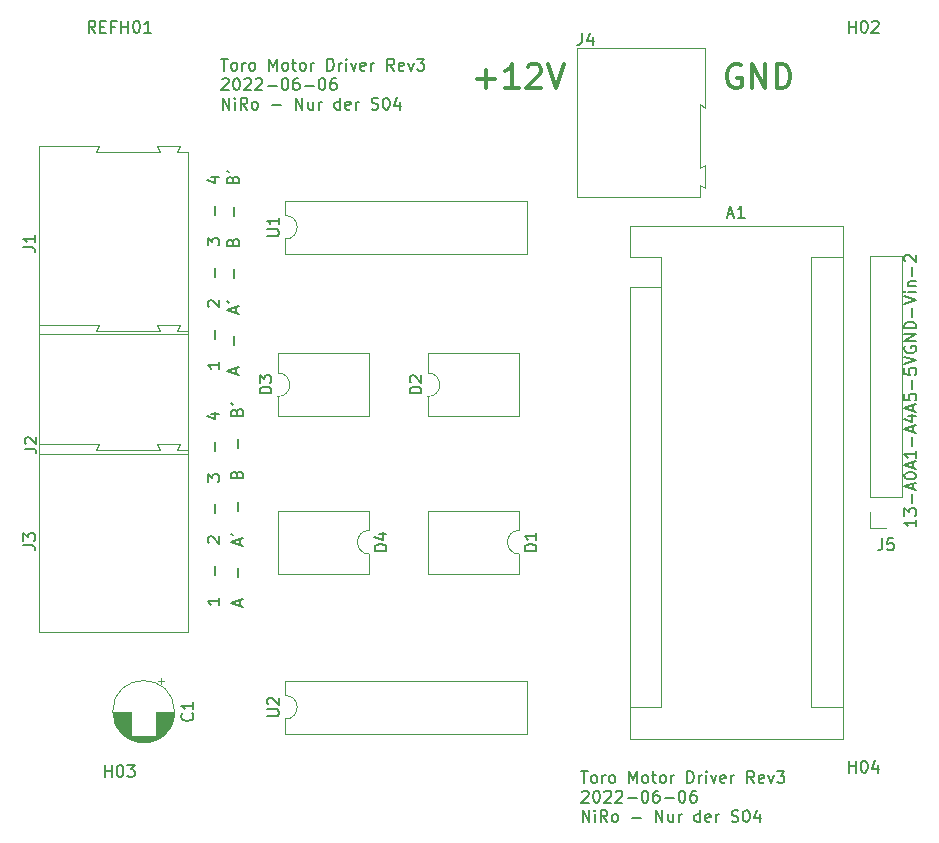
<source format=gbr>
G04 #@! TF.GenerationSoftware,KiCad,Pcbnew,5.1.5+dfsg1-2build2*
G04 #@! TF.CreationDate,2022-06-06T13:39:04+02:00*
G04 #@! TF.ProjectId,Toro_Stepper_Differential,546f726f-5f53-4746-9570-7065725f4469,rev?*
G04 #@! TF.SameCoordinates,Original*
G04 #@! TF.FileFunction,Legend,Top*
G04 #@! TF.FilePolarity,Positive*
%FSLAX46Y46*%
G04 Gerber Fmt 4.6, Leading zero omitted, Abs format (unit mm)*
G04 Created by KiCad (PCBNEW 5.1.5+dfsg1-2build2) date 2022-06-06 13:39:04*
%MOMM*%
%LPD*%
G04 APERTURE LIST*
%ADD10C,0.150000*%
%ADD11C,0.300000*%
%ADD12C,0.120000*%
%ADD13C,3.200000*%
%ADD14O,1.700000X1.700000*%
%ADD15R,1.700000X1.700000*%
%ADD16C,1.600000*%
%ADD17R,1.600000X1.600000*%
%ADD18O,1.600000X1.600000*%
%ADD19R,3.960000X1.980000*%
%ADD20O,3.960000X1.980000*%
%ADD21O,1.980000X3.960000*%
%ADD22R,1.980000X3.960000*%
%ADD23R,1.600000X2.400000*%
%ADD24O,1.600000X2.400000*%
G04 APERTURE END LIST*
D10*
X103062738Y-136232380D02*
X103634166Y-136232380D01*
X103348452Y-137232380D02*
X103348452Y-136232380D01*
X104110357Y-137232380D02*
X104015119Y-137184761D01*
X103967500Y-137137142D01*
X103919880Y-137041904D01*
X103919880Y-136756190D01*
X103967500Y-136660952D01*
X104015119Y-136613333D01*
X104110357Y-136565714D01*
X104253214Y-136565714D01*
X104348452Y-136613333D01*
X104396071Y-136660952D01*
X104443690Y-136756190D01*
X104443690Y-137041904D01*
X104396071Y-137137142D01*
X104348452Y-137184761D01*
X104253214Y-137232380D01*
X104110357Y-137232380D01*
X104872261Y-137232380D02*
X104872261Y-136565714D01*
X104872261Y-136756190D02*
X104919880Y-136660952D01*
X104967500Y-136613333D01*
X105062738Y-136565714D01*
X105157976Y-136565714D01*
X105634166Y-137232380D02*
X105538928Y-137184761D01*
X105491309Y-137137142D01*
X105443690Y-137041904D01*
X105443690Y-136756190D01*
X105491309Y-136660952D01*
X105538928Y-136613333D01*
X105634166Y-136565714D01*
X105777023Y-136565714D01*
X105872261Y-136613333D01*
X105919880Y-136660952D01*
X105967500Y-136756190D01*
X105967500Y-137041904D01*
X105919880Y-137137142D01*
X105872261Y-137184761D01*
X105777023Y-137232380D01*
X105634166Y-137232380D01*
X107157976Y-137232380D02*
X107157976Y-136232380D01*
X107491309Y-136946666D01*
X107824642Y-136232380D01*
X107824642Y-137232380D01*
X108443690Y-137232380D02*
X108348452Y-137184761D01*
X108300833Y-137137142D01*
X108253214Y-137041904D01*
X108253214Y-136756190D01*
X108300833Y-136660952D01*
X108348452Y-136613333D01*
X108443690Y-136565714D01*
X108586547Y-136565714D01*
X108681785Y-136613333D01*
X108729404Y-136660952D01*
X108777023Y-136756190D01*
X108777023Y-137041904D01*
X108729404Y-137137142D01*
X108681785Y-137184761D01*
X108586547Y-137232380D01*
X108443690Y-137232380D01*
X109062738Y-136565714D02*
X109443690Y-136565714D01*
X109205595Y-136232380D02*
X109205595Y-137089523D01*
X109253214Y-137184761D01*
X109348452Y-137232380D01*
X109443690Y-137232380D01*
X109919880Y-137232380D02*
X109824642Y-137184761D01*
X109777023Y-137137142D01*
X109729404Y-137041904D01*
X109729404Y-136756190D01*
X109777023Y-136660952D01*
X109824642Y-136613333D01*
X109919880Y-136565714D01*
X110062738Y-136565714D01*
X110157976Y-136613333D01*
X110205595Y-136660952D01*
X110253214Y-136756190D01*
X110253214Y-137041904D01*
X110205595Y-137137142D01*
X110157976Y-137184761D01*
X110062738Y-137232380D01*
X109919880Y-137232380D01*
X110681785Y-137232380D02*
X110681785Y-136565714D01*
X110681785Y-136756190D02*
X110729404Y-136660952D01*
X110777023Y-136613333D01*
X110872261Y-136565714D01*
X110967500Y-136565714D01*
X112062738Y-137232380D02*
X112062738Y-136232380D01*
X112300833Y-136232380D01*
X112443690Y-136280000D01*
X112538928Y-136375238D01*
X112586547Y-136470476D01*
X112634166Y-136660952D01*
X112634166Y-136803809D01*
X112586547Y-136994285D01*
X112538928Y-137089523D01*
X112443690Y-137184761D01*
X112300833Y-137232380D01*
X112062738Y-137232380D01*
X113062738Y-137232380D02*
X113062738Y-136565714D01*
X113062738Y-136756190D02*
X113110357Y-136660952D01*
X113157976Y-136613333D01*
X113253214Y-136565714D01*
X113348452Y-136565714D01*
X113681785Y-137232380D02*
X113681785Y-136565714D01*
X113681785Y-136232380D02*
X113634166Y-136280000D01*
X113681785Y-136327619D01*
X113729404Y-136280000D01*
X113681785Y-136232380D01*
X113681785Y-136327619D01*
X114062738Y-136565714D02*
X114300833Y-137232380D01*
X114538928Y-136565714D01*
X115300833Y-137184761D02*
X115205595Y-137232380D01*
X115015119Y-137232380D01*
X114919880Y-137184761D01*
X114872261Y-137089523D01*
X114872261Y-136708571D01*
X114919880Y-136613333D01*
X115015119Y-136565714D01*
X115205595Y-136565714D01*
X115300833Y-136613333D01*
X115348452Y-136708571D01*
X115348452Y-136803809D01*
X114872261Y-136899047D01*
X115777023Y-137232380D02*
X115777023Y-136565714D01*
X115777023Y-136756190D02*
X115824642Y-136660952D01*
X115872261Y-136613333D01*
X115967500Y-136565714D01*
X116062738Y-136565714D01*
X117729404Y-137232380D02*
X117396071Y-136756190D01*
X117157976Y-137232380D02*
X117157976Y-136232380D01*
X117538928Y-136232380D01*
X117634166Y-136280000D01*
X117681785Y-136327619D01*
X117729404Y-136422857D01*
X117729404Y-136565714D01*
X117681785Y-136660952D01*
X117634166Y-136708571D01*
X117538928Y-136756190D01*
X117157976Y-136756190D01*
X118538928Y-137184761D02*
X118443690Y-137232380D01*
X118253214Y-137232380D01*
X118157976Y-137184761D01*
X118110357Y-137089523D01*
X118110357Y-136708571D01*
X118157976Y-136613333D01*
X118253214Y-136565714D01*
X118443690Y-136565714D01*
X118538928Y-136613333D01*
X118586547Y-136708571D01*
X118586547Y-136803809D01*
X118110357Y-136899047D01*
X118919880Y-136565714D02*
X119157976Y-137232380D01*
X119396071Y-136565714D01*
X119681785Y-136232380D02*
X120300833Y-136232380D01*
X119967500Y-136613333D01*
X120110357Y-136613333D01*
X120205595Y-136660952D01*
X120253214Y-136708571D01*
X120300833Y-136803809D01*
X120300833Y-137041904D01*
X120253214Y-137137142D01*
X120205595Y-137184761D01*
X120110357Y-137232380D01*
X119824642Y-137232380D01*
X119729404Y-137184761D01*
X119681785Y-137137142D01*
X103157976Y-137977619D02*
X103205595Y-137930000D01*
X103300833Y-137882380D01*
X103538928Y-137882380D01*
X103634166Y-137930000D01*
X103681785Y-137977619D01*
X103729404Y-138072857D01*
X103729404Y-138168095D01*
X103681785Y-138310952D01*
X103110357Y-138882380D01*
X103729404Y-138882380D01*
X104348452Y-137882380D02*
X104443690Y-137882380D01*
X104538928Y-137930000D01*
X104586547Y-137977619D01*
X104634166Y-138072857D01*
X104681785Y-138263333D01*
X104681785Y-138501428D01*
X104634166Y-138691904D01*
X104586547Y-138787142D01*
X104538928Y-138834761D01*
X104443690Y-138882380D01*
X104348452Y-138882380D01*
X104253214Y-138834761D01*
X104205595Y-138787142D01*
X104157976Y-138691904D01*
X104110357Y-138501428D01*
X104110357Y-138263333D01*
X104157976Y-138072857D01*
X104205595Y-137977619D01*
X104253214Y-137930000D01*
X104348452Y-137882380D01*
X105062738Y-137977619D02*
X105110357Y-137930000D01*
X105205595Y-137882380D01*
X105443690Y-137882380D01*
X105538928Y-137930000D01*
X105586547Y-137977619D01*
X105634166Y-138072857D01*
X105634166Y-138168095D01*
X105586547Y-138310952D01*
X105015119Y-138882380D01*
X105634166Y-138882380D01*
X106015119Y-137977619D02*
X106062738Y-137930000D01*
X106157976Y-137882380D01*
X106396071Y-137882380D01*
X106491309Y-137930000D01*
X106538928Y-137977619D01*
X106586547Y-138072857D01*
X106586547Y-138168095D01*
X106538928Y-138310952D01*
X105967500Y-138882380D01*
X106586547Y-138882380D01*
X107015119Y-138501428D02*
X107777023Y-138501428D01*
X108443690Y-137882380D02*
X108538928Y-137882380D01*
X108634166Y-137930000D01*
X108681785Y-137977619D01*
X108729404Y-138072857D01*
X108777023Y-138263333D01*
X108777023Y-138501428D01*
X108729404Y-138691904D01*
X108681785Y-138787142D01*
X108634166Y-138834761D01*
X108538928Y-138882380D01*
X108443690Y-138882380D01*
X108348452Y-138834761D01*
X108300833Y-138787142D01*
X108253214Y-138691904D01*
X108205595Y-138501428D01*
X108205595Y-138263333D01*
X108253214Y-138072857D01*
X108300833Y-137977619D01*
X108348452Y-137930000D01*
X108443690Y-137882380D01*
X109634166Y-137882380D02*
X109443690Y-137882380D01*
X109348452Y-137930000D01*
X109300833Y-137977619D01*
X109205595Y-138120476D01*
X109157976Y-138310952D01*
X109157976Y-138691904D01*
X109205595Y-138787142D01*
X109253214Y-138834761D01*
X109348452Y-138882380D01*
X109538928Y-138882380D01*
X109634166Y-138834761D01*
X109681785Y-138787142D01*
X109729404Y-138691904D01*
X109729404Y-138453809D01*
X109681785Y-138358571D01*
X109634166Y-138310952D01*
X109538928Y-138263333D01*
X109348452Y-138263333D01*
X109253214Y-138310952D01*
X109205595Y-138358571D01*
X109157976Y-138453809D01*
X110157976Y-138501428D02*
X110919880Y-138501428D01*
X111586547Y-137882380D02*
X111681785Y-137882380D01*
X111777023Y-137930000D01*
X111824642Y-137977619D01*
X111872261Y-138072857D01*
X111919880Y-138263333D01*
X111919880Y-138501428D01*
X111872261Y-138691904D01*
X111824642Y-138787142D01*
X111777023Y-138834761D01*
X111681785Y-138882380D01*
X111586547Y-138882380D01*
X111491309Y-138834761D01*
X111443690Y-138787142D01*
X111396071Y-138691904D01*
X111348452Y-138501428D01*
X111348452Y-138263333D01*
X111396071Y-138072857D01*
X111443690Y-137977619D01*
X111491309Y-137930000D01*
X111586547Y-137882380D01*
X112777023Y-137882380D02*
X112586547Y-137882380D01*
X112491309Y-137930000D01*
X112443690Y-137977619D01*
X112348452Y-138120476D01*
X112300833Y-138310952D01*
X112300833Y-138691904D01*
X112348452Y-138787142D01*
X112396071Y-138834761D01*
X112491309Y-138882380D01*
X112681785Y-138882380D01*
X112777023Y-138834761D01*
X112824642Y-138787142D01*
X112872261Y-138691904D01*
X112872261Y-138453809D01*
X112824642Y-138358571D01*
X112777023Y-138310952D01*
X112681785Y-138263333D01*
X112491309Y-138263333D01*
X112396071Y-138310952D01*
X112348452Y-138358571D01*
X112300833Y-138453809D01*
X103205595Y-140532380D02*
X103205595Y-139532380D01*
X103777023Y-140532380D01*
X103777023Y-139532380D01*
X104253214Y-140532380D02*
X104253214Y-139865714D01*
X104253214Y-139532380D02*
X104205595Y-139580000D01*
X104253214Y-139627619D01*
X104300833Y-139580000D01*
X104253214Y-139532380D01*
X104253214Y-139627619D01*
X105300833Y-140532380D02*
X104967500Y-140056190D01*
X104729404Y-140532380D02*
X104729404Y-139532380D01*
X105110357Y-139532380D01*
X105205595Y-139580000D01*
X105253214Y-139627619D01*
X105300833Y-139722857D01*
X105300833Y-139865714D01*
X105253214Y-139960952D01*
X105205595Y-140008571D01*
X105110357Y-140056190D01*
X104729404Y-140056190D01*
X105872261Y-140532380D02*
X105777023Y-140484761D01*
X105729404Y-140437142D01*
X105681785Y-140341904D01*
X105681785Y-140056190D01*
X105729404Y-139960952D01*
X105777023Y-139913333D01*
X105872261Y-139865714D01*
X106015119Y-139865714D01*
X106110357Y-139913333D01*
X106157976Y-139960952D01*
X106205595Y-140056190D01*
X106205595Y-140341904D01*
X106157976Y-140437142D01*
X106110357Y-140484761D01*
X106015119Y-140532380D01*
X105872261Y-140532380D01*
X107396071Y-140151428D02*
X108157976Y-140151428D01*
X109396071Y-140532380D02*
X109396071Y-139532380D01*
X109967500Y-140532380D01*
X109967500Y-139532380D01*
X110872261Y-139865714D02*
X110872261Y-140532380D01*
X110443690Y-139865714D02*
X110443690Y-140389523D01*
X110491309Y-140484761D01*
X110586547Y-140532380D01*
X110729404Y-140532380D01*
X110824642Y-140484761D01*
X110872261Y-140437142D01*
X111348452Y-140532380D02*
X111348452Y-139865714D01*
X111348452Y-140056190D02*
X111396071Y-139960952D01*
X111443690Y-139913333D01*
X111538928Y-139865714D01*
X111634166Y-139865714D01*
X113157976Y-140532380D02*
X113157976Y-139532380D01*
X113157976Y-140484761D02*
X113062738Y-140532380D01*
X112872261Y-140532380D01*
X112777023Y-140484761D01*
X112729404Y-140437142D01*
X112681785Y-140341904D01*
X112681785Y-140056190D01*
X112729404Y-139960952D01*
X112777023Y-139913333D01*
X112872261Y-139865714D01*
X113062738Y-139865714D01*
X113157976Y-139913333D01*
X114015119Y-140484761D02*
X113919880Y-140532380D01*
X113729404Y-140532380D01*
X113634166Y-140484761D01*
X113586547Y-140389523D01*
X113586547Y-140008571D01*
X113634166Y-139913333D01*
X113729404Y-139865714D01*
X113919880Y-139865714D01*
X114015119Y-139913333D01*
X114062738Y-140008571D01*
X114062738Y-140103809D01*
X113586547Y-140199047D01*
X114491309Y-140532380D02*
X114491309Y-139865714D01*
X114491309Y-140056190D02*
X114538928Y-139960952D01*
X114586547Y-139913333D01*
X114681785Y-139865714D01*
X114777023Y-139865714D01*
X115824642Y-140484761D02*
X115967500Y-140532380D01*
X116205595Y-140532380D01*
X116300833Y-140484761D01*
X116348452Y-140437142D01*
X116396071Y-140341904D01*
X116396071Y-140246666D01*
X116348452Y-140151428D01*
X116300833Y-140103809D01*
X116205595Y-140056190D01*
X116015119Y-140008571D01*
X115919880Y-139960952D01*
X115872261Y-139913333D01*
X115824642Y-139818095D01*
X115824642Y-139722857D01*
X115872261Y-139627619D01*
X115919880Y-139580000D01*
X116015119Y-139532380D01*
X116253214Y-139532380D01*
X116396071Y-139580000D01*
X117015119Y-139532380D02*
X117110357Y-139532380D01*
X117205595Y-139580000D01*
X117253214Y-139627619D01*
X117300833Y-139722857D01*
X117348452Y-139913333D01*
X117348452Y-140151428D01*
X117300833Y-140341904D01*
X117253214Y-140437142D01*
X117205595Y-140484761D01*
X117110357Y-140532380D01*
X117015119Y-140532380D01*
X116919880Y-140484761D01*
X116872261Y-140437142D01*
X116824642Y-140341904D01*
X116777023Y-140151428D01*
X116777023Y-139913333D01*
X116824642Y-139722857D01*
X116872261Y-139627619D01*
X116919880Y-139580000D01*
X117015119Y-139532380D01*
X118205595Y-139865714D02*
X118205595Y-140532380D01*
X117967500Y-139484761D02*
X117729404Y-140199047D01*
X118348452Y-140199047D01*
X72582738Y-75907380D02*
X73154166Y-75907380D01*
X72868452Y-76907380D02*
X72868452Y-75907380D01*
X73630357Y-76907380D02*
X73535119Y-76859761D01*
X73487500Y-76812142D01*
X73439880Y-76716904D01*
X73439880Y-76431190D01*
X73487500Y-76335952D01*
X73535119Y-76288333D01*
X73630357Y-76240714D01*
X73773214Y-76240714D01*
X73868452Y-76288333D01*
X73916071Y-76335952D01*
X73963690Y-76431190D01*
X73963690Y-76716904D01*
X73916071Y-76812142D01*
X73868452Y-76859761D01*
X73773214Y-76907380D01*
X73630357Y-76907380D01*
X74392261Y-76907380D02*
X74392261Y-76240714D01*
X74392261Y-76431190D02*
X74439880Y-76335952D01*
X74487500Y-76288333D01*
X74582738Y-76240714D01*
X74677976Y-76240714D01*
X75154166Y-76907380D02*
X75058928Y-76859761D01*
X75011309Y-76812142D01*
X74963690Y-76716904D01*
X74963690Y-76431190D01*
X75011309Y-76335952D01*
X75058928Y-76288333D01*
X75154166Y-76240714D01*
X75297023Y-76240714D01*
X75392261Y-76288333D01*
X75439880Y-76335952D01*
X75487500Y-76431190D01*
X75487500Y-76716904D01*
X75439880Y-76812142D01*
X75392261Y-76859761D01*
X75297023Y-76907380D01*
X75154166Y-76907380D01*
X76677976Y-76907380D02*
X76677976Y-75907380D01*
X77011309Y-76621666D01*
X77344642Y-75907380D01*
X77344642Y-76907380D01*
X77963690Y-76907380D02*
X77868452Y-76859761D01*
X77820833Y-76812142D01*
X77773214Y-76716904D01*
X77773214Y-76431190D01*
X77820833Y-76335952D01*
X77868452Y-76288333D01*
X77963690Y-76240714D01*
X78106547Y-76240714D01*
X78201785Y-76288333D01*
X78249404Y-76335952D01*
X78297023Y-76431190D01*
X78297023Y-76716904D01*
X78249404Y-76812142D01*
X78201785Y-76859761D01*
X78106547Y-76907380D01*
X77963690Y-76907380D01*
X78582738Y-76240714D02*
X78963690Y-76240714D01*
X78725595Y-75907380D02*
X78725595Y-76764523D01*
X78773214Y-76859761D01*
X78868452Y-76907380D01*
X78963690Y-76907380D01*
X79439880Y-76907380D02*
X79344642Y-76859761D01*
X79297023Y-76812142D01*
X79249404Y-76716904D01*
X79249404Y-76431190D01*
X79297023Y-76335952D01*
X79344642Y-76288333D01*
X79439880Y-76240714D01*
X79582738Y-76240714D01*
X79677976Y-76288333D01*
X79725595Y-76335952D01*
X79773214Y-76431190D01*
X79773214Y-76716904D01*
X79725595Y-76812142D01*
X79677976Y-76859761D01*
X79582738Y-76907380D01*
X79439880Y-76907380D01*
X80201785Y-76907380D02*
X80201785Y-76240714D01*
X80201785Y-76431190D02*
X80249404Y-76335952D01*
X80297023Y-76288333D01*
X80392261Y-76240714D01*
X80487500Y-76240714D01*
X81582738Y-76907380D02*
X81582738Y-75907380D01*
X81820833Y-75907380D01*
X81963690Y-75955000D01*
X82058928Y-76050238D01*
X82106547Y-76145476D01*
X82154166Y-76335952D01*
X82154166Y-76478809D01*
X82106547Y-76669285D01*
X82058928Y-76764523D01*
X81963690Y-76859761D01*
X81820833Y-76907380D01*
X81582738Y-76907380D01*
X82582738Y-76907380D02*
X82582738Y-76240714D01*
X82582738Y-76431190D02*
X82630357Y-76335952D01*
X82677976Y-76288333D01*
X82773214Y-76240714D01*
X82868452Y-76240714D01*
X83201785Y-76907380D02*
X83201785Y-76240714D01*
X83201785Y-75907380D02*
X83154166Y-75955000D01*
X83201785Y-76002619D01*
X83249404Y-75955000D01*
X83201785Y-75907380D01*
X83201785Y-76002619D01*
X83582738Y-76240714D02*
X83820833Y-76907380D01*
X84058928Y-76240714D01*
X84820833Y-76859761D02*
X84725595Y-76907380D01*
X84535119Y-76907380D01*
X84439880Y-76859761D01*
X84392261Y-76764523D01*
X84392261Y-76383571D01*
X84439880Y-76288333D01*
X84535119Y-76240714D01*
X84725595Y-76240714D01*
X84820833Y-76288333D01*
X84868452Y-76383571D01*
X84868452Y-76478809D01*
X84392261Y-76574047D01*
X85297023Y-76907380D02*
X85297023Y-76240714D01*
X85297023Y-76431190D02*
X85344642Y-76335952D01*
X85392261Y-76288333D01*
X85487500Y-76240714D01*
X85582738Y-76240714D01*
X87249404Y-76907380D02*
X86916071Y-76431190D01*
X86677976Y-76907380D02*
X86677976Y-75907380D01*
X87058928Y-75907380D01*
X87154166Y-75955000D01*
X87201785Y-76002619D01*
X87249404Y-76097857D01*
X87249404Y-76240714D01*
X87201785Y-76335952D01*
X87154166Y-76383571D01*
X87058928Y-76431190D01*
X86677976Y-76431190D01*
X88058928Y-76859761D02*
X87963690Y-76907380D01*
X87773214Y-76907380D01*
X87677976Y-76859761D01*
X87630357Y-76764523D01*
X87630357Y-76383571D01*
X87677976Y-76288333D01*
X87773214Y-76240714D01*
X87963690Y-76240714D01*
X88058928Y-76288333D01*
X88106547Y-76383571D01*
X88106547Y-76478809D01*
X87630357Y-76574047D01*
X88439880Y-76240714D02*
X88677976Y-76907380D01*
X88916071Y-76240714D01*
X89201785Y-75907380D02*
X89820833Y-75907380D01*
X89487500Y-76288333D01*
X89630357Y-76288333D01*
X89725595Y-76335952D01*
X89773214Y-76383571D01*
X89820833Y-76478809D01*
X89820833Y-76716904D01*
X89773214Y-76812142D01*
X89725595Y-76859761D01*
X89630357Y-76907380D01*
X89344642Y-76907380D01*
X89249404Y-76859761D01*
X89201785Y-76812142D01*
X72677976Y-77652619D02*
X72725595Y-77605000D01*
X72820833Y-77557380D01*
X73058928Y-77557380D01*
X73154166Y-77605000D01*
X73201785Y-77652619D01*
X73249404Y-77747857D01*
X73249404Y-77843095D01*
X73201785Y-77985952D01*
X72630357Y-78557380D01*
X73249404Y-78557380D01*
X73868452Y-77557380D02*
X73963690Y-77557380D01*
X74058928Y-77605000D01*
X74106547Y-77652619D01*
X74154166Y-77747857D01*
X74201785Y-77938333D01*
X74201785Y-78176428D01*
X74154166Y-78366904D01*
X74106547Y-78462142D01*
X74058928Y-78509761D01*
X73963690Y-78557380D01*
X73868452Y-78557380D01*
X73773214Y-78509761D01*
X73725595Y-78462142D01*
X73677976Y-78366904D01*
X73630357Y-78176428D01*
X73630357Y-77938333D01*
X73677976Y-77747857D01*
X73725595Y-77652619D01*
X73773214Y-77605000D01*
X73868452Y-77557380D01*
X74582738Y-77652619D02*
X74630357Y-77605000D01*
X74725595Y-77557380D01*
X74963690Y-77557380D01*
X75058928Y-77605000D01*
X75106547Y-77652619D01*
X75154166Y-77747857D01*
X75154166Y-77843095D01*
X75106547Y-77985952D01*
X74535119Y-78557380D01*
X75154166Y-78557380D01*
X75535119Y-77652619D02*
X75582738Y-77605000D01*
X75677976Y-77557380D01*
X75916071Y-77557380D01*
X76011309Y-77605000D01*
X76058928Y-77652619D01*
X76106547Y-77747857D01*
X76106547Y-77843095D01*
X76058928Y-77985952D01*
X75487500Y-78557380D01*
X76106547Y-78557380D01*
X76535119Y-78176428D02*
X77297023Y-78176428D01*
X77963690Y-77557380D02*
X78058928Y-77557380D01*
X78154166Y-77605000D01*
X78201785Y-77652619D01*
X78249404Y-77747857D01*
X78297023Y-77938333D01*
X78297023Y-78176428D01*
X78249404Y-78366904D01*
X78201785Y-78462142D01*
X78154166Y-78509761D01*
X78058928Y-78557380D01*
X77963690Y-78557380D01*
X77868452Y-78509761D01*
X77820833Y-78462142D01*
X77773214Y-78366904D01*
X77725595Y-78176428D01*
X77725595Y-77938333D01*
X77773214Y-77747857D01*
X77820833Y-77652619D01*
X77868452Y-77605000D01*
X77963690Y-77557380D01*
X79154166Y-77557380D02*
X78963690Y-77557380D01*
X78868452Y-77605000D01*
X78820833Y-77652619D01*
X78725595Y-77795476D01*
X78677976Y-77985952D01*
X78677976Y-78366904D01*
X78725595Y-78462142D01*
X78773214Y-78509761D01*
X78868452Y-78557380D01*
X79058928Y-78557380D01*
X79154166Y-78509761D01*
X79201785Y-78462142D01*
X79249404Y-78366904D01*
X79249404Y-78128809D01*
X79201785Y-78033571D01*
X79154166Y-77985952D01*
X79058928Y-77938333D01*
X78868452Y-77938333D01*
X78773214Y-77985952D01*
X78725595Y-78033571D01*
X78677976Y-78128809D01*
X79677976Y-78176428D02*
X80439880Y-78176428D01*
X81106547Y-77557380D02*
X81201785Y-77557380D01*
X81297023Y-77605000D01*
X81344642Y-77652619D01*
X81392261Y-77747857D01*
X81439880Y-77938333D01*
X81439880Y-78176428D01*
X81392261Y-78366904D01*
X81344642Y-78462142D01*
X81297023Y-78509761D01*
X81201785Y-78557380D01*
X81106547Y-78557380D01*
X81011309Y-78509761D01*
X80963690Y-78462142D01*
X80916071Y-78366904D01*
X80868452Y-78176428D01*
X80868452Y-77938333D01*
X80916071Y-77747857D01*
X80963690Y-77652619D01*
X81011309Y-77605000D01*
X81106547Y-77557380D01*
X82297023Y-77557380D02*
X82106547Y-77557380D01*
X82011309Y-77605000D01*
X81963690Y-77652619D01*
X81868452Y-77795476D01*
X81820833Y-77985952D01*
X81820833Y-78366904D01*
X81868452Y-78462142D01*
X81916071Y-78509761D01*
X82011309Y-78557380D01*
X82201785Y-78557380D01*
X82297023Y-78509761D01*
X82344642Y-78462142D01*
X82392261Y-78366904D01*
X82392261Y-78128809D01*
X82344642Y-78033571D01*
X82297023Y-77985952D01*
X82201785Y-77938333D01*
X82011309Y-77938333D01*
X81916071Y-77985952D01*
X81868452Y-78033571D01*
X81820833Y-78128809D01*
X72725595Y-80207380D02*
X72725595Y-79207380D01*
X73297023Y-80207380D01*
X73297023Y-79207380D01*
X73773214Y-80207380D02*
X73773214Y-79540714D01*
X73773214Y-79207380D02*
X73725595Y-79255000D01*
X73773214Y-79302619D01*
X73820833Y-79255000D01*
X73773214Y-79207380D01*
X73773214Y-79302619D01*
X74820833Y-80207380D02*
X74487500Y-79731190D01*
X74249404Y-80207380D02*
X74249404Y-79207380D01*
X74630357Y-79207380D01*
X74725595Y-79255000D01*
X74773214Y-79302619D01*
X74820833Y-79397857D01*
X74820833Y-79540714D01*
X74773214Y-79635952D01*
X74725595Y-79683571D01*
X74630357Y-79731190D01*
X74249404Y-79731190D01*
X75392261Y-80207380D02*
X75297023Y-80159761D01*
X75249404Y-80112142D01*
X75201785Y-80016904D01*
X75201785Y-79731190D01*
X75249404Y-79635952D01*
X75297023Y-79588333D01*
X75392261Y-79540714D01*
X75535119Y-79540714D01*
X75630357Y-79588333D01*
X75677976Y-79635952D01*
X75725595Y-79731190D01*
X75725595Y-80016904D01*
X75677976Y-80112142D01*
X75630357Y-80159761D01*
X75535119Y-80207380D01*
X75392261Y-80207380D01*
X76916071Y-79826428D02*
X77677976Y-79826428D01*
X78916071Y-80207380D02*
X78916071Y-79207380D01*
X79487500Y-80207380D01*
X79487500Y-79207380D01*
X80392261Y-79540714D02*
X80392261Y-80207380D01*
X79963690Y-79540714D02*
X79963690Y-80064523D01*
X80011309Y-80159761D01*
X80106547Y-80207380D01*
X80249404Y-80207380D01*
X80344642Y-80159761D01*
X80392261Y-80112142D01*
X80868452Y-80207380D02*
X80868452Y-79540714D01*
X80868452Y-79731190D02*
X80916071Y-79635952D01*
X80963690Y-79588333D01*
X81058928Y-79540714D01*
X81154166Y-79540714D01*
X82677976Y-80207380D02*
X82677976Y-79207380D01*
X82677976Y-80159761D02*
X82582738Y-80207380D01*
X82392261Y-80207380D01*
X82297023Y-80159761D01*
X82249404Y-80112142D01*
X82201785Y-80016904D01*
X82201785Y-79731190D01*
X82249404Y-79635952D01*
X82297023Y-79588333D01*
X82392261Y-79540714D01*
X82582738Y-79540714D01*
X82677976Y-79588333D01*
X83535119Y-80159761D02*
X83439880Y-80207380D01*
X83249404Y-80207380D01*
X83154166Y-80159761D01*
X83106547Y-80064523D01*
X83106547Y-79683571D01*
X83154166Y-79588333D01*
X83249404Y-79540714D01*
X83439880Y-79540714D01*
X83535119Y-79588333D01*
X83582738Y-79683571D01*
X83582738Y-79778809D01*
X83106547Y-79874047D01*
X84011309Y-80207380D02*
X84011309Y-79540714D01*
X84011309Y-79731190D02*
X84058928Y-79635952D01*
X84106547Y-79588333D01*
X84201785Y-79540714D01*
X84297023Y-79540714D01*
X85344642Y-80159761D02*
X85487500Y-80207380D01*
X85725595Y-80207380D01*
X85820833Y-80159761D01*
X85868452Y-80112142D01*
X85916071Y-80016904D01*
X85916071Y-79921666D01*
X85868452Y-79826428D01*
X85820833Y-79778809D01*
X85725595Y-79731190D01*
X85535119Y-79683571D01*
X85439880Y-79635952D01*
X85392261Y-79588333D01*
X85344642Y-79493095D01*
X85344642Y-79397857D01*
X85392261Y-79302619D01*
X85439880Y-79255000D01*
X85535119Y-79207380D01*
X85773214Y-79207380D01*
X85916071Y-79255000D01*
X86535119Y-79207380D02*
X86630357Y-79207380D01*
X86725595Y-79255000D01*
X86773214Y-79302619D01*
X86820833Y-79397857D01*
X86868452Y-79588333D01*
X86868452Y-79826428D01*
X86820833Y-80016904D01*
X86773214Y-80112142D01*
X86725595Y-80159761D01*
X86630357Y-80207380D01*
X86535119Y-80207380D01*
X86439880Y-80159761D01*
X86392261Y-80112142D01*
X86344642Y-80016904D01*
X86297023Y-79826428D01*
X86297023Y-79588333D01*
X86344642Y-79397857D01*
X86392261Y-79302619D01*
X86439880Y-79255000D01*
X86535119Y-79207380D01*
X87725595Y-79540714D02*
X87725595Y-80207380D01*
X87487500Y-79159761D02*
X87249404Y-79874047D01*
X87868452Y-79874047D01*
D11*
X116586190Y-76470000D02*
X116395714Y-76374761D01*
X116110000Y-76374761D01*
X115824285Y-76470000D01*
X115633809Y-76660476D01*
X115538571Y-76850952D01*
X115443333Y-77231904D01*
X115443333Y-77517619D01*
X115538571Y-77898571D01*
X115633809Y-78089047D01*
X115824285Y-78279523D01*
X116110000Y-78374761D01*
X116300476Y-78374761D01*
X116586190Y-78279523D01*
X116681428Y-78184285D01*
X116681428Y-77517619D01*
X116300476Y-77517619D01*
X117538571Y-78374761D02*
X117538571Y-76374761D01*
X118681428Y-78374761D01*
X118681428Y-76374761D01*
X119633809Y-78374761D02*
X119633809Y-76374761D01*
X120110000Y-76374761D01*
X120395714Y-76470000D01*
X120586190Y-76660476D01*
X120681428Y-76850952D01*
X120776666Y-77231904D01*
X120776666Y-77517619D01*
X120681428Y-77898571D01*
X120586190Y-78089047D01*
X120395714Y-78279523D01*
X120110000Y-78374761D01*
X119633809Y-78374761D01*
X94266190Y-77612857D02*
X95790000Y-77612857D01*
X95028095Y-78374761D02*
X95028095Y-76850952D01*
X97790000Y-78374761D02*
X96647142Y-78374761D01*
X97218571Y-78374761D02*
X97218571Y-76374761D01*
X97028095Y-76660476D01*
X96837619Y-76850952D01*
X96647142Y-76946190D01*
X98551904Y-76565238D02*
X98647142Y-76470000D01*
X98837619Y-76374761D01*
X99313809Y-76374761D01*
X99504285Y-76470000D01*
X99599523Y-76565238D01*
X99694761Y-76755714D01*
X99694761Y-76946190D01*
X99599523Y-77231904D01*
X98456666Y-78374761D01*
X99694761Y-78374761D01*
X100266190Y-76374761D02*
X100932857Y-78374761D01*
X101599523Y-76374761D01*
D10*
X73826666Y-102551428D02*
X73826666Y-102075238D01*
X74112380Y-102646666D02*
X73112380Y-102313333D01*
X74112380Y-101980000D01*
X73731428Y-100122857D02*
X73731428Y-99360952D01*
X73826666Y-97408571D02*
X73826666Y-96932380D01*
X74112380Y-97503809D02*
X73112380Y-97170476D01*
X74112380Y-96837142D01*
X73112380Y-96456190D02*
X73302857Y-96551428D01*
X73731428Y-94503809D02*
X73731428Y-93741904D01*
X73588571Y-91408571D02*
X73636190Y-91265714D01*
X73683809Y-91218095D01*
X73779047Y-91170476D01*
X73921904Y-91170476D01*
X74017142Y-91218095D01*
X74064761Y-91265714D01*
X74112380Y-91360952D01*
X74112380Y-91741904D01*
X73112380Y-91741904D01*
X73112380Y-91408571D01*
X73160000Y-91313333D01*
X73207619Y-91265714D01*
X73302857Y-91218095D01*
X73398095Y-91218095D01*
X73493333Y-91265714D01*
X73540952Y-91313333D01*
X73588571Y-91408571D01*
X73588571Y-91741904D01*
X73731428Y-89218095D02*
X73731428Y-88456190D01*
X73588571Y-86122857D02*
X73636190Y-85980000D01*
X73683809Y-85932380D01*
X73779047Y-85884761D01*
X73921904Y-85884761D01*
X74017142Y-85932380D01*
X74064761Y-85980000D01*
X74112380Y-86075238D01*
X74112380Y-86456190D01*
X73112380Y-86456190D01*
X73112380Y-86122857D01*
X73160000Y-86027619D01*
X73207619Y-85980000D01*
X73302857Y-85932380D01*
X73398095Y-85932380D01*
X73493333Y-85980000D01*
X73540952Y-86027619D01*
X73588571Y-86122857D01*
X73588571Y-86456190D01*
X73112380Y-85408571D02*
X73302857Y-85503809D01*
X74166666Y-122236428D02*
X74166666Y-121760238D01*
X74452380Y-122331666D02*
X73452380Y-121998333D01*
X74452380Y-121665000D01*
X74071428Y-119807857D02*
X74071428Y-119045952D01*
X74166666Y-117093571D02*
X74166666Y-116617380D01*
X74452380Y-117188809D02*
X73452380Y-116855476D01*
X74452380Y-116522142D01*
X73452380Y-116141190D02*
X73642857Y-116236428D01*
X74071428Y-114188809D02*
X74071428Y-113426904D01*
X73928571Y-111093571D02*
X73976190Y-110950714D01*
X74023809Y-110903095D01*
X74119047Y-110855476D01*
X74261904Y-110855476D01*
X74357142Y-110903095D01*
X74404761Y-110950714D01*
X74452380Y-111045952D01*
X74452380Y-111426904D01*
X73452380Y-111426904D01*
X73452380Y-111093571D01*
X73500000Y-110998333D01*
X73547619Y-110950714D01*
X73642857Y-110903095D01*
X73738095Y-110903095D01*
X73833333Y-110950714D01*
X73880952Y-110998333D01*
X73928571Y-111093571D01*
X73928571Y-111426904D01*
X74071428Y-108903095D02*
X74071428Y-108141190D01*
X73928571Y-105807857D02*
X73976190Y-105665000D01*
X74023809Y-105617380D01*
X74119047Y-105569761D01*
X74261904Y-105569761D01*
X74357142Y-105617380D01*
X74404761Y-105665000D01*
X74452380Y-105760238D01*
X74452380Y-106141190D01*
X73452380Y-106141190D01*
X73452380Y-105807857D01*
X73500000Y-105712619D01*
X73547619Y-105665000D01*
X73642857Y-105617380D01*
X73738095Y-105617380D01*
X73833333Y-105665000D01*
X73880952Y-105712619D01*
X73928571Y-105807857D01*
X73928571Y-106141190D01*
X73452380Y-105093571D02*
X73642857Y-105188809D01*
X72452380Y-101571428D02*
X72452380Y-102142857D01*
X72452380Y-101857142D02*
X71452380Y-101857142D01*
X71595238Y-101952380D01*
X71690476Y-102047619D01*
X71738095Y-102142857D01*
X72071428Y-99619047D02*
X72071428Y-98857142D01*
X71547619Y-96904761D02*
X71500000Y-96857142D01*
X71452380Y-96761904D01*
X71452380Y-96523809D01*
X71500000Y-96428571D01*
X71547619Y-96380952D01*
X71642857Y-96333333D01*
X71738095Y-96333333D01*
X71880952Y-96380952D01*
X72452380Y-96952380D01*
X72452380Y-96333333D01*
X72071428Y-94380952D02*
X72071428Y-93619047D01*
X71452380Y-91714285D02*
X71452380Y-91095238D01*
X71833333Y-91428571D01*
X71833333Y-91285714D01*
X71880952Y-91190476D01*
X71928571Y-91142857D01*
X72023809Y-91095238D01*
X72261904Y-91095238D01*
X72357142Y-91142857D01*
X72404761Y-91190476D01*
X72452380Y-91285714D01*
X72452380Y-91571428D01*
X72404761Y-91666666D01*
X72357142Y-91714285D01*
X72071428Y-89142857D02*
X72071428Y-88380952D01*
X71785714Y-85952380D02*
X72452380Y-85952380D01*
X71404761Y-86190476D02*
X72119047Y-86428571D01*
X72119047Y-85809523D01*
X72452380Y-121571428D02*
X72452380Y-122142857D01*
X72452380Y-121857142D02*
X71452380Y-121857142D01*
X71595238Y-121952380D01*
X71690476Y-122047619D01*
X71738095Y-122142857D01*
X72071428Y-119619047D02*
X72071428Y-118857142D01*
X71547619Y-116904761D02*
X71500000Y-116857142D01*
X71452380Y-116761904D01*
X71452380Y-116523809D01*
X71500000Y-116428571D01*
X71547619Y-116380952D01*
X71642857Y-116333333D01*
X71738095Y-116333333D01*
X71880952Y-116380952D01*
X72452380Y-116952380D01*
X72452380Y-116333333D01*
X72071428Y-114380952D02*
X72071428Y-113619047D01*
X71452380Y-111714285D02*
X71452380Y-111095238D01*
X71833333Y-111428571D01*
X71833333Y-111285714D01*
X71880952Y-111190476D01*
X71928571Y-111142857D01*
X72023809Y-111095238D01*
X72261904Y-111095238D01*
X72357142Y-111142857D01*
X72404761Y-111190476D01*
X72452380Y-111285714D01*
X72452380Y-111571428D01*
X72404761Y-111666666D01*
X72357142Y-111714285D01*
X72071428Y-109142857D02*
X72071428Y-108380952D01*
X71785714Y-105952380D02*
X72452380Y-105952380D01*
X71404761Y-106190476D02*
X72119047Y-106428571D01*
X72119047Y-105809523D01*
X131452380Y-114928571D02*
X131452380Y-115500000D01*
X131452380Y-115214285D02*
X130452380Y-115214285D01*
X130595238Y-115309523D01*
X130690476Y-115404761D01*
X130738095Y-115500000D01*
X130452380Y-114595238D02*
X130452380Y-113976190D01*
X130833333Y-114309523D01*
X130833333Y-114166666D01*
X130880952Y-114071428D01*
X130928571Y-114023809D01*
X131023809Y-113976190D01*
X131261904Y-113976190D01*
X131357142Y-114023809D01*
X131404761Y-114071428D01*
X131452380Y-114166666D01*
X131452380Y-114452380D01*
X131404761Y-114547619D01*
X131357142Y-114595238D01*
X131071428Y-113547619D02*
X131071428Y-112785714D01*
X131166666Y-112357142D02*
X131166666Y-111880952D01*
X131452380Y-112452380D02*
X130452380Y-112119047D01*
X131452380Y-111785714D01*
X130452380Y-111261904D02*
X130452380Y-111166666D01*
X130500000Y-111071428D01*
X130547619Y-111023809D01*
X130642857Y-110976190D01*
X130833333Y-110928571D01*
X131071428Y-110928571D01*
X131261904Y-110976190D01*
X131357142Y-111023809D01*
X131404761Y-111071428D01*
X131452380Y-111166666D01*
X131452380Y-111261904D01*
X131404761Y-111357142D01*
X131357142Y-111404761D01*
X131261904Y-111452380D01*
X131071428Y-111500000D01*
X130833333Y-111500000D01*
X130642857Y-111452380D01*
X130547619Y-111404761D01*
X130500000Y-111357142D01*
X130452380Y-111261904D01*
X131166666Y-110547619D02*
X131166666Y-110071428D01*
X131452380Y-110642857D02*
X130452380Y-110309523D01*
X131452380Y-109976190D01*
X131452380Y-109119047D02*
X131452380Y-109690476D01*
X131452380Y-109404761D02*
X130452380Y-109404761D01*
X130595238Y-109500000D01*
X130690476Y-109595238D01*
X130738095Y-109690476D01*
X131071428Y-108690476D02*
X131071428Y-107928571D01*
X131166666Y-107500000D02*
X131166666Y-107023809D01*
X131452380Y-107595238D02*
X130452380Y-107261904D01*
X131452380Y-106928571D01*
X130785714Y-106166666D02*
X131452380Y-106166666D01*
X130404761Y-106404761D02*
X131119047Y-106642857D01*
X131119047Y-106023809D01*
X131166666Y-105690476D02*
X131166666Y-105214285D01*
X131452380Y-105785714D02*
X130452380Y-105452380D01*
X131452380Y-105119047D01*
X130452380Y-104309523D02*
X130452380Y-104785714D01*
X130928571Y-104833333D01*
X130880952Y-104785714D01*
X130833333Y-104690476D01*
X130833333Y-104452380D01*
X130880952Y-104357142D01*
X130928571Y-104309523D01*
X131023809Y-104261904D01*
X131261904Y-104261904D01*
X131357142Y-104309523D01*
X131404761Y-104357142D01*
X131452380Y-104452380D01*
X131452380Y-104690476D01*
X131404761Y-104785714D01*
X131357142Y-104833333D01*
X131071428Y-103833333D02*
X131071428Y-103071428D01*
X130452380Y-102119047D02*
X130452380Y-102595238D01*
X130928571Y-102642857D01*
X130880952Y-102595238D01*
X130833333Y-102500000D01*
X130833333Y-102261904D01*
X130880952Y-102166666D01*
X130928571Y-102119047D01*
X131023809Y-102071428D01*
X131261904Y-102071428D01*
X131357142Y-102119047D01*
X131404761Y-102166666D01*
X131452380Y-102261904D01*
X131452380Y-102500000D01*
X131404761Y-102595238D01*
X131357142Y-102642857D01*
X130452380Y-101785714D02*
X131452380Y-101452380D01*
X130452380Y-101119047D01*
X130500000Y-100261904D02*
X130452380Y-100357142D01*
X130452380Y-100500000D01*
X130500000Y-100642857D01*
X130595238Y-100738095D01*
X130690476Y-100785714D01*
X130880952Y-100833333D01*
X131023809Y-100833333D01*
X131214285Y-100785714D01*
X131309523Y-100738095D01*
X131404761Y-100642857D01*
X131452380Y-100500000D01*
X131452380Y-100404761D01*
X131404761Y-100261904D01*
X131357142Y-100214285D01*
X131023809Y-100214285D01*
X131023809Y-100404761D01*
X131452380Y-99785714D02*
X130452380Y-99785714D01*
X131452380Y-99214285D01*
X130452380Y-99214285D01*
X131452380Y-98738095D02*
X130452380Y-98738095D01*
X130452380Y-98500000D01*
X130500000Y-98357142D01*
X130595238Y-98261904D01*
X130690476Y-98214285D01*
X130880952Y-98166666D01*
X131023809Y-98166666D01*
X131214285Y-98214285D01*
X131309523Y-98261904D01*
X131404761Y-98357142D01*
X131452380Y-98500000D01*
X131452380Y-98738095D01*
X131071428Y-97738095D02*
X131071428Y-96976190D01*
X130452380Y-96642857D02*
X131452380Y-96309523D01*
X130452380Y-95976190D01*
X131452380Y-95642857D02*
X130785714Y-95642857D01*
X130452380Y-95642857D02*
X130500000Y-95690476D01*
X130547619Y-95642857D01*
X130500000Y-95595238D01*
X130452380Y-95642857D01*
X130547619Y-95642857D01*
X130785714Y-95166666D02*
X131452380Y-95166666D01*
X130880952Y-95166666D02*
X130833333Y-95119047D01*
X130785714Y-95023809D01*
X130785714Y-94880952D01*
X130833333Y-94785714D01*
X130928571Y-94738095D01*
X131452380Y-94738095D01*
X131071428Y-94261904D02*
X131071428Y-93500000D01*
X130547619Y-93071428D02*
X130500000Y-93023809D01*
X130452380Y-92928571D01*
X130452380Y-92690476D01*
X130500000Y-92595238D01*
X130547619Y-92547619D01*
X130642857Y-92500000D01*
X130738095Y-92500000D01*
X130880952Y-92547619D01*
X131452380Y-93119047D01*
X131452380Y-92500000D01*
D12*
X128905000Y-115630000D02*
X127575000Y-115630000D01*
X127575000Y-115630000D02*
X127575000Y-114300000D01*
X127575000Y-113030000D02*
X127575000Y-92650000D01*
X130235000Y-92650000D02*
X127575000Y-92650000D01*
X130235000Y-113030000D02*
X130235000Y-92650000D01*
X130235000Y-113030000D02*
X127575000Y-113030000D01*
X67765000Y-128620225D02*
X67265000Y-128620225D01*
X67515000Y-128370225D02*
X67515000Y-128870225D01*
X66324000Y-133776000D02*
X65756000Y-133776000D01*
X66558000Y-133736000D02*
X65522000Y-133736000D01*
X66717000Y-133696000D02*
X65363000Y-133696000D01*
X66845000Y-133656000D02*
X65235000Y-133656000D01*
X66955000Y-133616000D02*
X65125000Y-133616000D01*
X67051000Y-133576000D02*
X65029000Y-133576000D01*
X67138000Y-133536000D02*
X64942000Y-133536000D01*
X67218000Y-133496000D02*
X64862000Y-133496000D01*
X67291000Y-133456000D02*
X64789000Y-133456000D01*
X67359000Y-133416000D02*
X64721000Y-133416000D01*
X67423000Y-133376000D02*
X64657000Y-133376000D01*
X67483000Y-133336000D02*
X64597000Y-133336000D01*
X67540000Y-133296000D02*
X64540000Y-133296000D01*
X67594000Y-133256000D02*
X64486000Y-133256000D01*
X67645000Y-133216000D02*
X64435000Y-133216000D01*
X65000000Y-133176000D02*
X64387000Y-133176000D01*
X67693000Y-133176000D02*
X67080000Y-133176000D01*
X65000000Y-133136000D02*
X64341000Y-133136000D01*
X67739000Y-133136000D02*
X67080000Y-133136000D01*
X65000000Y-133096000D02*
X64297000Y-133096000D01*
X67783000Y-133096000D02*
X67080000Y-133096000D01*
X65000000Y-133056000D02*
X64255000Y-133056000D01*
X67825000Y-133056000D02*
X67080000Y-133056000D01*
X65000000Y-133016000D02*
X64214000Y-133016000D01*
X67866000Y-133016000D02*
X67080000Y-133016000D01*
X65000000Y-132976000D02*
X64176000Y-132976000D01*
X67904000Y-132976000D02*
X67080000Y-132976000D01*
X65000000Y-132936000D02*
X64139000Y-132936000D01*
X67941000Y-132936000D02*
X67080000Y-132936000D01*
X65000000Y-132896000D02*
X64103000Y-132896000D01*
X67977000Y-132896000D02*
X67080000Y-132896000D01*
X65000000Y-132856000D02*
X64069000Y-132856000D01*
X68011000Y-132856000D02*
X67080000Y-132856000D01*
X65000000Y-132816000D02*
X64036000Y-132816000D01*
X68044000Y-132816000D02*
X67080000Y-132816000D01*
X65000000Y-132776000D02*
X64005000Y-132776000D01*
X68075000Y-132776000D02*
X67080000Y-132776000D01*
X65000000Y-132736000D02*
X63975000Y-132736000D01*
X68105000Y-132736000D02*
X67080000Y-132736000D01*
X65000000Y-132696000D02*
X63945000Y-132696000D01*
X68135000Y-132696000D02*
X67080000Y-132696000D01*
X65000000Y-132656000D02*
X63918000Y-132656000D01*
X68162000Y-132656000D02*
X67080000Y-132656000D01*
X65000000Y-132616000D02*
X63891000Y-132616000D01*
X68189000Y-132616000D02*
X67080000Y-132616000D01*
X65000000Y-132576000D02*
X63865000Y-132576000D01*
X68215000Y-132576000D02*
X67080000Y-132576000D01*
X65000000Y-132536000D02*
X63840000Y-132536000D01*
X68240000Y-132536000D02*
X67080000Y-132536000D01*
X65000000Y-132496000D02*
X63816000Y-132496000D01*
X68264000Y-132496000D02*
X67080000Y-132496000D01*
X65000000Y-132456000D02*
X63793000Y-132456000D01*
X68287000Y-132456000D02*
X67080000Y-132456000D01*
X65000000Y-132416000D02*
X63772000Y-132416000D01*
X68308000Y-132416000D02*
X67080000Y-132416000D01*
X65000000Y-132376000D02*
X63750000Y-132376000D01*
X68330000Y-132376000D02*
X67080000Y-132376000D01*
X65000000Y-132336000D02*
X63730000Y-132336000D01*
X68350000Y-132336000D02*
X67080000Y-132336000D01*
X65000000Y-132296000D02*
X63711000Y-132296000D01*
X68369000Y-132296000D02*
X67080000Y-132296000D01*
X65000000Y-132256000D02*
X63692000Y-132256000D01*
X68388000Y-132256000D02*
X67080000Y-132256000D01*
X65000000Y-132216000D02*
X63675000Y-132216000D01*
X68405000Y-132216000D02*
X67080000Y-132216000D01*
X65000000Y-132176000D02*
X63658000Y-132176000D01*
X68422000Y-132176000D02*
X67080000Y-132176000D01*
X65000000Y-132136000D02*
X63642000Y-132136000D01*
X68438000Y-132136000D02*
X67080000Y-132136000D01*
X65000000Y-132096000D02*
X63626000Y-132096000D01*
X68454000Y-132096000D02*
X67080000Y-132096000D01*
X65000000Y-132056000D02*
X63612000Y-132056000D01*
X68468000Y-132056000D02*
X67080000Y-132056000D01*
X65000000Y-132016000D02*
X63598000Y-132016000D01*
X68482000Y-132016000D02*
X67080000Y-132016000D01*
X65000000Y-131976000D02*
X63585000Y-131976000D01*
X68495000Y-131976000D02*
X67080000Y-131976000D01*
X65000000Y-131936000D02*
X63572000Y-131936000D01*
X68508000Y-131936000D02*
X67080000Y-131936000D01*
X65000000Y-131896000D02*
X63560000Y-131896000D01*
X68520000Y-131896000D02*
X67080000Y-131896000D01*
X65000000Y-131855000D02*
X63549000Y-131855000D01*
X68531000Y-131855000D02*
X67080000Y-131855000D01*
X65000000Y-131815000D02*
X63539000Y-131815000D01*
X68541000Y-131815000D02*
X67080000Y-131815000D01*
X65000000Y-131775000D02*
X63529000Y-131775000D01*
X68551000Y-131775000D02*
X67080000Y-131775000D01*
X65000000Y-131735000D02*
X63520000Y-131735000D01*
X68560000Y-131735000D02*
X67080000Y-131735000D01*
X65000000Y-131695000D02*
X63512000Y-131695000D01*
X68568000Y-131695000D02*
X67080000Y-131695000D01*
X65000000Y-131655000D02*
X63504000Y-131655000D01*
X68576000Y-131655000D02*
X67080000Y-131655000D01*
X65000000Y-131615000D02*
X63497000Y-131615000D01*
X68583000Y-131615000D02*
X67080000Y-131615000D01*
X65000000Y-131575000D02*
X63490000Y-131575000D01*
X68590000Y-131575000D02*
X67080000Y-131575000D01*
X65000000Y-131535000D02*
X63484000Y-131535000D01*
X68596000Y-131535000D02*
X67080000Y-131535000D01*
X65000000Y-131495000D02*
X63479000Y-131495000D01*
X68601000Y-131495000D02*
X67080000Y-131495000D01*
X65000000Y-131455000D02*
X63475000Y-131455000D01*
X68605000Y-131455000D02*
X67080000Y-131455000D01*
X65000000Y-131415000D02*
X63471000Y-131415000D01*
X68609000Y-131415000D02*
X67080000Y-131415000D01*
X65000000Y-131375000D02*
X63467000Y-131375000D01*
X68613000Y-131375000D02*
X67080000Y-131375000D01*
X65000000Y-131335000D02*
X63464000Y-131335000D01*
X68616000Y-131335000D02*
X67080000Y-131335000D01*
X65000000Y-131295000D02*
X63462000Y-131295000D01*
X68618000Y-131295000D02*
X67080000Y-131295000D01*
X65000000Y-131255000D02*
X63461000Y-131255000D01*
X68619000Y-131255000D02*
X67080000Y-131255000D01*
X68620000Y-131215000D02*
X67080000Y-131215000D01*
X65000000Y-131215000D02*
X63460000Y-131215000D01*
X68620000Y-131175000D02*
X67080000Y-131175000D01*
X65000000Y-131175000D02*
X63460000Y-131175000D01*
X68660000Y-131175000D02*
G75*
G03X68660000Y-131175000I-2620000J0D01*
G01*
X85150000Y-119490000D02*
X85150000Y-117840000D01*
X77410000Y-119490000D02*
X85150000Y-119490000D01*
X77410000Y-114190000D02*
X77410000Y-119490000D01*
X85150000Y-114190000D02*
X77410000Y-114190000D01*
X85150000Y-115840000D02*
X85150000Y-114190000D01*
X85150000Y-117840000D02*
G75*
G02X85150000Y-115840000I0J1000000D01*
G01*
X77410000Y-100855000D02*
X77410000Y-102505000D01*
X85150000Y-100855000D02*
X77410000Y-100855000D01*
X85150000Y-106155000D02*
X85150000Y-100855000D01*
X77410000Y-106155000D02*
X85150000Y-106155000D01*
X77410000Y-104505000D02*
X77410000Y-106155000D01*
X77410000Y-102505000D02*
G75*
G02X77410000Y-104505000I0J-1000000D01*
G01*
X90110000Y-100855000D02*
X90110000Y-102505000D01*
X97850000Y-100855000D02*
X90110000Y-100855000D01*
X97850000Y-106155000D02*
X97850000Y-100855000D01*
X90110000Y-106155000D02*
X97850000Y-106155000D01*
X90110000Y-104505000D02*
X90110000Y-106155000D01*
X90110000Y-102505000D02*
G75*
G02X90110000Y-104505000I0J-1000000D01*
G01*
X97850000Y-119490000D02*
X97850000Y-117840000D01*
X90110000Y-119490000D02*
X97850000Y-119490000D01*
X90110000Y-114190000D02*
X90110000Y-119490000D01*
X97850000Y-114190000D02*
X90110000Y-114190000D01*
X97850000Y-115840000D02*
X97850000Y-114190000D01*
X97850000Y-117840000D02*
G75*
G02X97850000Y-115840000I0J1000000D01*
G01*
X109855000Y-95250000D02*
X109855000Y-92710000D01*
X109855000Y-92710000D02*
X107185000Y-92710000D01*
X107185000Y-95250000D02*
X107185000Y-133480000D01*
X107185000Y-90040000D02*
X107185000Y-92710000D01*
X122555000Y-92710000D02*
X125225000Y-92710000D01*
X122555000Y-92710000D02*
X122555000Y-130810000D01*
X122555000Y-130810000D02*
X125225000Y-130810000D01*
X109855000Y-95250000D02*
X107185000Y-95250000D01*
X109855000Y-95250000D02*
X109855000Y-130810000D01*
X109855000Y-130810000D02*
X107185000Y-130810000D01*
X107185000Y-133480000D02*
X125225000Y-133480000D01*
X125225000Y-133480000D02*
X125225000Y-90040000D01*
X125225000Y-90040000D02*
X107185000Y-90040000D01*
X57200000Y-99170000D02*
X69800000Y-99170000D01*
X69800000Y-99170000D02*
X69800000Y-83770000D01*
X69800000Y-83770000D02*
X68850000Y-83770000D01*
X68850000Y-83770000D02*
X69150000Y-83270000D01*
X69150000Y-83270000D02*
X67150000Y-83270000D01*
X67150000Y-83270000D02*
X67400000Y-83770000D01*
X67400000Y-83770000D02*
X62000000Y-83770000D01*
X62000000Y-83770000D02*
X62250000Y-83270000D01*
X62250000Y-83270000D02*
X57200000Y-83270000D01*
X57200000Y-83270000D02*
X57200000Y-99170000D01*
X57200000Y-109330000D02*
X69800000Y-109330000D01*
X69800000Y-109330000D02*
X69800000Y-98980000D01*
X69800000Y-98980000D02*
X68850000Y-98980000D01*
X68850000Y-98980000D02*
X69100000Y-98480000D01*
X69100000Y-98480000D02*
X67200000Y-98480000D01*
X67200000Y-98480000D02*
X67150000Y-98480000D01*
X67150000Y-98480000D02*
X67400000Y-98980000D01*
X67400000Y-98980000D02*
X62000000Y-98980000D01*
X62000000Y-98980000D02*
X62300000Y-98480000D01*
X62300000Y-98480000D02*
X57200000Y-98480000D01*
X57200000Y-98480000D02*
X57200000Y-109330000D01*
X57200000Y-108510000D02*
X57200000Y-124410000D01*
X62250000Y-108510000D02*
X57200000Y-108510000D01*
X62000000Y-109010000D02*
X62250000Y-108510000D01*
X67400000Y-109010000D02*
X62000000Y-109010000D01*
X67150000Y-108510000D02*
X67400000Y-109010000D01*
X69150000Y-108510000D02*
X67150000Y-108510000D01*
X68850000Y-109010000D02*
X69150000Y-108510000D01*
X69800000Y-109010000D02*
X68850000Y-109010000D01*
X69800000Y-124410000D02*
X69800000Y-109010000D01*
X57200000Y-124410000D02*
X69800000Y-124410000D01*
X113610000Y-74980000D02*
X102760000Y-74980000D01*
X113610000Y-80080000D02*
X113610000Y-74980000D01*
X113110000Y-79780000D02*
X113610000Y-80080000D01*
X113110000Y-85180000D02*
X113110000Y-79780000D01*
X113610000Y-84930000D02*
X113110000Y-85180000D01*
X113610000Y-84980000D02*
X113610000Y-84930000D01*
X113610000Y-86880000D02*
X113610000Y-84980000D01*
X113110000Y-86630000D02*
X113610000Y-86880000D01*
X113110000Y-87580000D02*
X113110000Y-86630000D01*
X102760000Y-87580000D02*
X113110000Y-87580000D01*
X102760000Y-74980000D02*
X102760000Y-87580000D01*
X78045000Y-89170000D02*
G75*
G02X78045000Y-91170000I0J-1000000D01*
G01*
X78045000Y-91170000D02*
X78045000Y-92420000D01*
X78045000Y-92420000D02*
X98485000Y-92420000D01*
X98485000Y-92420000D02*
X98485000Y-87920000D01*
X98485000Y-87920000D02*
X78045000Y-87920000D01*
X78045000Y-87920000D02*
X78045000Y-89170000D01*
X78045000Y-128560000D02*
X78045000Y-129810000D01*
X98485000Y-128560000D02*
X78045000Y-128560000D01*
X98485000Y-133060000D02*
X98485000Y-128560000D01*
X78045000Y-133060000D02*
X98485000Y-133060000D01*
X78045000Y-131810000D02*
X78045000Y-133060000D01*
X78045000Y-129810000D02*
G75*
G02X78045000Y-131810000I0J-1000000D01*
G01*
D10*
X61952380Y-73702380D02*
X61619047Y-73226190D01*
X61380952Y-73702380D02*
X61380952Y-72702380D01*
X61761904Y-72702380D01*
X61857142Y-72750000D01*
X61904761Y-72797619D01*
X61952380Y-72892857D01*
X61952380Y-73035714D01*
X61904761Y-73130952D01*
X61857142Y-73178571D01*
X61761904Y-73226190D01*
X61380952Y-73226190D01*
X62380952Y-73178571D02*
X62714285Y-73178571D01*
X62857142Y-73702380D02*
X62380952Y-73702380D01*
X62380952Y-72702380D01*
X62857142Y-72702380D01*
X63619047Y-73178571D02*
X63285714Y-73178571D01*
X63285714Y-73702380D02*
X63285714Y-72702380D01*
X63761904Y-72702380D01*
X64142857Y-73702380D02*
X64142857Y-72702380D01*
X64142857Y-73178571D02*
X64714285Y-73178571D01*
X64714285Y-73702380D02*
X64714285Y-72702380D01*
X65380952Y-72702380D02*
X65476190Y-72702380D01*
X65571428Y-72750000D01*
X65619047Y-72797619D01*
X65666666Y-72892857D01*
X65714285Y-73083333D01*
X65714285Y-73321428D01*
X65666666Y-73511904D01*
X65619047Y-73607142D01*
X65571428Y-73654761D01*
X65476190Y-73702380D01*
X65380952Y-73702380D01*
X65285714Y-73654761D01*
X65238095Y-73607142D01*
X65190476Y-73511904D01*
X65142857Y-73321428D01*
X65142857Y-73083333D01*
X65190476Y-72892857D01*
X65238095Y-72797619D01*
X65285714Y-72750000D01*
X65380952Y-72702380D01*
X66666666Y-73702380D02*
X66095238Y-73702380D01*
X66380952Y-73702380D02*
X66380952Y-72702380D01*
X66285714Y-72845238D01*
X66190476Y-72940476D01*
X66095238Y-72988095D01*
X62761904Y-136702380D02*
X62761904Y-135702380D01*
X62761904Y-136178571D02*
X63333333Y-136178571D01*
X63333333Y-136702380D02*
X63333333Y-135702380D01*
X64000000Y-135702380D02*
X64095238Y-135702380D01*
X64190476Y-135750000D01*
X64238095Y-135797619D01*
X64285714Y-135892857D01*
X64333333Y-136083333D01*
X64333333Y-136321428D01*
X64285714Y-136511904D01*
X64238095Y-136607142D01*
X64190476Y-136654761D01*
X64095238Y-136702380D01*
X64000000Y-136702380D01*
X63904761Y-136654761D01*
X63857142Y-136607142D01*
X63809523Y-136511904D01*
X63761904Y-136321428D01*
X63761904Y-136083333D01*
X63809523Y-135892857D01*
X63857142Y-135797619D01*
X63904761Y-135750000D01*
X64000000Y-135702380D01*
X64666666Y-135702380D02*
X65285714Y-135702380D01*
X64952380Y-136083333D01*
X65095238Y-136083333D01*
X65190476Y-136130952D01*
X65238095Y-136178571D01*
X65285714Y-136273809D01*
X65285714Y-136511904D01*
X65238095Y-136607142D01*
X65190476Y-136654761D01*
X65095238Y-136702380D01*
X64809523Y-136702380D01*
X64714285Y-136654761D01*
X64666666Y-136607142D01*
X125761904Y-136342380D02*
X125761904Y-135342380D01*
X125761904Y-135818571D02*
X126333333Y-135818571D01*
X126333333Y-136342380D02*
X126333333Y-135342380D01*
X127000000Y-135342380D02*
X127095238Y-135342380D01*
X127190476Y-135390000D01*
X127238095Y-135437619D01*
X127285714Y-135532857D01*
X127333333Y-135723333D01*
X127333333Y-135961428D01*
X127285714Y-136151904D01*
X127238095Y-136247142D01*
X127190476Y-136294761D01*
X127095238Y-136342380D01*
X127000000Y-136342380D01*
X126904761Y-136294761D01*
X126857142Y-136247142D01*
X126809523Y-136151904D01*
X126761904Y-135961428D01*
X126761904Y-135723333D01*
X126809523Y-135532857D01*
X126857142Y-135437619D01*
X126904761Y-135390000D01*
X127000000Y-135342380D01*
X128190476Y-135675714D02*
X128190476Y-136342380D01*
X127952380Y-135294761D02*
X127714285Y-136009047D01*
X128333333Y-136009047D01*
X125761904Y-73702380D02*
X125761904Y-72702380D01*
X125761904Y-73178571D02*
X126333333Y-73178571D01*
X126333333Y-73702380D02*
X126333333Y-72702380D01*
X127000000Y-72702380D02*
X127095238Y-72702380D01*
X127190476Y-72750000D01*
X127238095Y-72797619D01*
X127285714Y-72892857D01*
X127333333Y-73083333D01*
X127333333Y-73321428D01*
X127285714Y-73511904D01*
X127238095Y-73607142D01*
X127190476Y-73654761D01*
X127095238Y-73702380D01*
X127000000Y-73702380D01*
X126904761Y-73654761D01*
X126857142Y-73607142D01*
X126809523Y-73511904D01*
X126761904Y-73321428D01*
X126761904Y-73083333D01*
X126809523Y-72892857D01*
X126857142Y-72797619D01*
X126904761Y-72750000D01*
X127000000Y-72702380D01*
X127714285Y-72797619D02*
X127761904Y-72750000D01*
X127857142Y-72702380D01*
X128095238Y-72702380D01*
X128190476Y-72750000D01*
X128238095Y-72797619D01*
X128285714Y-72892857D01*
X128285714Y-72988095D01*
X128238095Y-73130952D01*
X127666666Y-73702380D01*
X128285714Y-73702380D01*
X128571666Y-116522380D02*
X128571666Y-117236666D01*
X128524047Y-117379523D01*
X128428809Y-117474761D01*
X128285952Y-117522380D01*
X128190714Y-117522380D01*
X129524047Y-116522380D02*
X129047857Y-116522380D01*
X129000238Y-116998571D01*
X129047857Y-116950952D01*
X129143095Y-116903333D01*
X129381190Y-116903333D01*
X129476428Y-116950952D01*
X129524047Y-116998571D01*
X129571666Y-117093809D01*
X129571666Y-117331904D01*
X129524047Y-117427142D01*
X129476428Y-117474761D01*
X129381190Y-117522380D01*
X129143095Y-117522380D01*
X129047857Y-117474761D01*
X129000238Y-117427142D01*
X70147142Y-131341666D02*
X70194761Y-131389285D01*
X70242380Y-131532142D01*
X70242380Y-131627380D01*
X70194761Y-131770238D01*
X70099523Y-131865476D01*
X70004285Y-131913095D01*
X69813809Y-131960714D01*
X69670952Y-131960714D01*
X69480476Y-131913095D01*
X69385238Y-131865476D01*
X69290000Y-131770238D01*
X69242380Y-131627380D01*
X69242380Y-131532142D01*
X69290000Y-131389285D01*
X69337619Y-131341666D01*
X70242380Y-130389285D02*
X70242380Y-130960714D01*
X70242380Y-130675000D02*
X69242380Y-130675000D01*
X69385238Y-130770238D01*
X69480476Y-130865476D01*
X69528095Y-130960714D01*
X86602380Y-117578095D02*
X85602380Y-117578095D01*
X85602380Y-117340000D01*
X85650000Y-117197142D01*
X85745238Y-117101904D01*
X85840476Y-117054285D01*
X86030952Y-117006666D01*
X86173809Y-117006666D01*
X86364285Y-117054285D01*
X86459523Y-117101904D01*
X86554761Y-117197142D01*
X86602380Y-117340000D01*
X86602380Y-117578095D01*
X85935714Y-116149523D02*
X86602380Y-116149523D01*
X85554761Y-116387619D02*
X86269047Y-116625714D01*
X86269047Y-116006666D01*
X76862380Y-104243095D02*
X75862380Y-104243095D01*
X75862380Y-104005000D01*
X75910000Y-103862142D01*
X76005238Y-103766904D01*
X76100476Y-103719285D01*
X76290952Y-103671666D01*
X76433809Y-103671666D01*
X76624285Y-103719285D01*
X76719523Y-103766904D01*
X76814761Y-103862142D01*
X76862380Y-104005000D01*
X76862380Y-104243095D01*
X75862380Y-103338333D02*
X75862380Y-102719285D01*
X76243333Y-103052619D01*
X76243333Y-102909761D01*
X76290952Y-102814523D01*
X76338571Y-102766904D01*
X76433809Y-102719285D01*
X76671904Y-102719285D01*
X76767142Y-102766904D01*
X76814761Y-102814523D01*
X76862380Y-102909761D01*
X76862380Y-103195476D01*
X76814761Y-103290714D01*
X76767142Y-103338333D01*
X89562380Y-104243095D02*
X88562380Y-104243095D01*
X88562380Y-104005000D01*
X88610000Y-103862142D01*
X88705238Y-103766904D01*
X88800476Y-103719285D01*
X88990952Y-103671666D01*
X89133809Y-103671666D01*
X89324285Y-103719285D01*
X89419523Y-103766904D01*
X89514761Y-103862142D01*
X89562380Y-104005000D01*
X89562380Y-104243095D01*
X88657619Y-103290714D02*
X88610000Y-103243095D01*
X88562380Y-103147857D01*
X88562380Y-102909761D01*
X88610000Y-102814523D01*
X88657619Y-102766904D01*
X88752857Y-102719285D01*
X88848095Y-102719285D01*
X88990952Y-102766904D01*
X89562380Y-103338333D01*
X89562380Y-102719285D01*
X99302380Y-117578095D02*
X98302380Y-117578095D01*
X98302380Y-117340000D01*
X98350000Y-117197142D01*
X98445238Y-117101904D01*
X98540476Y-117054285D01*
X98730952Y-117006666D01*
X98873809Y-117006666D01*
X99064285Y-117054285D01*
X99159523Y-117101904D01*
X99254761Y-117197142D01*
X99302380Y-117340000D01*
X99302380Y-117578095D01*
X99302380Y-116054285D02*
X99302380Y-116625714D01*
X99302380Y-116340000D02*
X98302380Y-116340000D01*
X98445238Y-116435238D01*
X98540476Y-116530476D01*
X98588095Y-116625714D01*
X115490714Y-89066666D02*
X115966904Y-89066666D01*
X115395476Y-89352380D02*
X115728809Y-88352380D01*
X116062142Y-89352380D01*
X116919285Y-89352380D02*
X116347857Y-89352380D01*
X116633571Y-89352380D02*
X116633571Y-88352380D01*
X116538333Y-88495238D01*
X116443095Y-88590476D01*
X116347857Y-88638095D01*
X55852380Y-91853333D02*
X56566666Y-91853333D01*
X56709523Y-91900952D01*
X56804761Y-91996190D01*
X56852380Y-92139047D01*
X56852380Y-92234285D01*
X56852380Y-90853333D02*
X56852380Y-91424761D01*
X56852380Y-91139047D02*
X55852380Y-91139047D01*
X55995238Y-91234285D01*
X56090476Y-91329523D01*
X56138095Y-91424761D01*
X55962380Y-108933333D02*
X56676666Y-108933333D01*
X56819523Y-108980952D01*
X56914761Y-109076190D01*
X56962380Y-109219047D01*
X56962380Y-109314285D01*
X56057619Y-108504761D02*
X56010000Y-108457142D01*
X55962380Y-108361904D01*
X55962380Y-108123809D01*
X56010000Y-108028571D01*
X56057619Y-107980952D01*
X56152857Y-107933333D01*
X56248095Y-107933333D01*
X56390952Y-107980952D01*
X56962380Y-108552380D01*
X56962380Y-107933333D01*
X55852380Y-117093333D02*
X56566666Y-117093333D01*
X56709523Y-117140952D01*
X56804761Y-117236190D01*
X56852380Y-117379047D01*
X56852380Y-117474285D01*
X55852380Y-116712380D02*
X55852380Y-116093333D01*
X56233333Y-116426666D01*
X56233333Y-116283809D01*
X56280952Y-116188571D01*
X56328571Y-116140952D01*
X56423809Y-116093333D01*
X56661904Y-116093333D01*
X56757142Y-116140952D01*
X56804761Y-116188571D01*
X56852380Y-116283809D01*
X56852380Y-116569523D01*
X56804761Y-116664761D01*
X56757142Y-116712380D01*
X103156666Y-73742380D02*
X103156666Y-74456666D01*
X103109047Y-74599523D01*
X103013809Y-74694761D01*
X102870952Y-74742380D01*
X102775714Y-74742380D01*
X104061428Y-74075714D02*
X104061428Y-74742380D01*
X103823333Y-73694761D02*
X103585238Y-74409047D01*
X104204285Y-74409047D01*
X76497380Y-90931904D02*
X77306904Y-90931904D01*
X77402142Y-90884285D01*
X77449761Y-90836666D01*
X77497380Y-90741428D01*
X77497380Y-90550952D01*
X77449761Y-90455714D01*
X77402142Y-90408095D01*
X77306904Y-90360476D01*
X76497380Y-90360476D01*
X77497380Y-89360476D02*
X77497380Y-89931904D01*
X77497380Y-89646190D02*
X76497380Y-89646190D01*
X76640238Y-89741428D01*
X76735476Y-89836666D01*
X76783095Y-89931904D01*
X76497380Y-131571904D02*
X77306904Y-131571904D01*
X77402142Y-131524285D01*
X77449761Y-131476666D01*
X77497380Y-131381428D01*
X77497380Y-131190952D01*
X77449761Y-131095714D01*
X77402142Y-131048095D01*
X77306904Y-131000476D01*
X76497380Y-131000476D01*
X76592619Y-130571904D02*
X76545000Y-130524285D01*
X76497380Y-130429047D01*
X76497380Y-130190952D01*
X76545000Y-130095714D01*
X76592619Y-130048095D01*
X76687857Y-130000476D01*
X76783095Y-130000476D01*
X76925952Y-130048095D01*
X77497380Y-130619523D01*
X77497380Y-130000476D01*
%LPC*%
D13*
X64000000Y-77000000D03*
X64000000Y-140000000D03*
X127000000Y-140000000D03*
X127000000Y-77000000D03*
D14*
X128905000Y-93980000D03*
X128905000Y-96520000D03*
X128905000Y-99060000D03*
X128905000Y-101600000D03*
X128905000Y-104140000D03*
X128905000Y-106680000D03*
X128905000Y-109220000D03*
X128905000Y-111760000D03*
D15*
X128905000Y-114300000D03*
D16*
X66040000Y-132175000D03*
D17*
X66040000Y-130175000D03*
D18*
X83820000Y-120650000D03*
X78740000Y-113030000D03*
X78740000Y-120650000D03*
D17*
X83820000Y-113030000D03*
D18*
X78740000Y-99695000D03*
X83820000Y-107315000D03*
X83820000Y-99695000D03*
D17*
X78740000Y-107315000D03*
D18*
X91440000Y-99695000D03*
X96520000Y-107315000D03*
X96520000Y-99695000D03*
D17*
X91440000Y-107315000D03*
D18*
X96520000Y-120650000D03*
X91440000Y-113030000D03*
X91440000Y-120650000D03*
D17*
X96520000Y-113030000D03*
X108585000Y-93980000D03*
D18*
X123825000Y-127000000D03*
X108585000Y-96520000D03*
X123825000Y-124460000D03*
X108585000Y-99060000D03*
X123825000Y-121920000D03*
X108585000Y-101600000D03*
X123825000Y-119380000D03*
X108585000Y-104140000D03*
X123825000Y-116840000D03*
X108585000Y-106680000D03*
X123825000Y-114300000D03*
X108585000Y-109220000D03*
X123825000Y-111760000D03*
X108585000Y-111760000D03*
X123825000Y-109220000D03*
X108585000Y-114300000D03*
X123825000Y-106680000D03*
X108585000Y-116840000D03*
X123825000Y-104140000D03*
X108585000Y-119380000D03*
X123825000Y-101600000D03*
X108585000Y-121920000D03*
X123825000Y-99060000D03*
X108585000Y-124460000D03*
X123825000Y-96520000D03*
X108585000Y-127000000D03*
X123825000Y-93980000D03*
X108585000Y-129540000D03*
X123825000Y-129540000D03*
D19*
X63500000Y-96520000D03*
D20*
X63500000Y-91520000D03*
X63500000Y-86520000D03*
D19*
X63500000Y-106680000D03*
D20*
X63500000Y-101680000D03*
X63500000Y-111760000D03*
X63500000Y-116760000D03*
D19*
X63500000Y-121760000D03*
D21*
X110410000Y-81280000D03*
D22*
X105410000Y-81280000D03*
D23*
X79375000Y-93980000D03*
D24*
X97155000Y-86360000D03*
X81915000Y-93980000D03*
X94615000Y-86360000D03*
X84455000Y-93980000D03*
X92075000Y-86360000D03*
X86995000Y-93980000D03*
X89535000Y-86360000D03*
X89535000Y-93980000D03*
X86995000Y-86360000D03*
X92075000Y-93980000D03*
X84455000Y-86360000D03*
X94615000Y-93980000D03*
X81915000Y-86360000D03*
X97155000Y-93980000D03*
X79375000Y-86360000D03*
X79375000Y-127000000D03*
X97155000Y-134620000D03*
X81915000Y-127000000D03*
X94615000Y-134620000D03*
X84455000Y-127000000D03*
X92075000Y-134620000D03*
X86995000Y-127000000D03*
X89535000Y-134620000D03*
X89535000Y-127000000D03*
X86995000Y-134620000D03*
X92075000Y-127000000D03*
X84455000Y-134620000D03*
X94615000Y-127000000D03*
X81915000Y-134620000D03*
X97155000Y-127000000D03*
D23*
X79375000Y-134620000D03*
M02*

</source>
